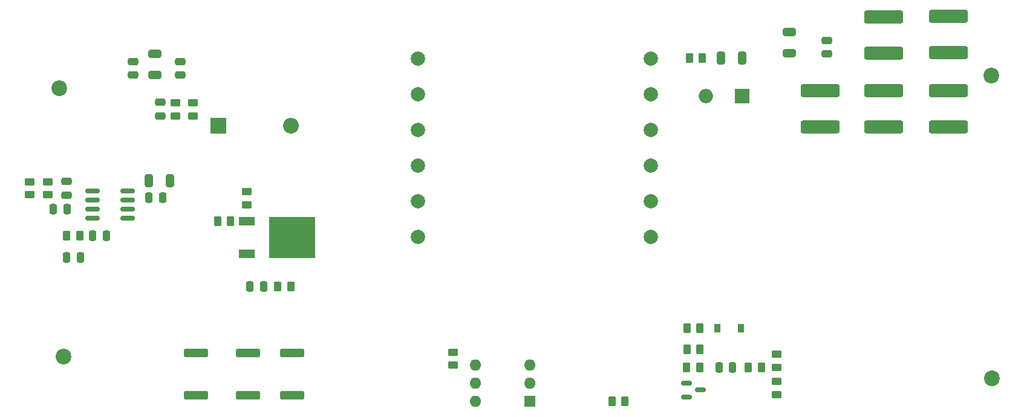
<source format=gbr>
%TF.GenerationSoftware,KiCad,Pcbnew,(6.0.10)*%
%TF.CreationDate,2023-05-29T22:30:11+03:00*%
%TF.ProjectId,flyback,666c7962-6163-46b2-9e6b-696361645f70,rev?*%
%TF.SameCoordinates,Original*%
%TF.FileFunction,Soldermask,Top*%
%TF.FilePolarity,Negative*%
%FSLAX46Y46*%
G04 Gerber Fmt 4.6, Leading zero omitted, Abs format (unit mm)*
G04 Created by KiCad (PCBNEW (6.0.10)) date 2023-05-29 22:30:11*
%MOMM*%
%LPD*%
G01*
G04 APERTURE LIST*
G04 Aperture macros list*
%AMRoundRect*
0 Rectangle with rounded corners*
0 $1 Rounding radius*
0 $2 $3 $4 $5 $6 $7 $8 $9 X,Y pos of 4 corners*
0 Add a 4 corners polygon primitive as box body*
4,1,4,$2,$3,$4,$5,$6,$7,$8,$9,$2,$3,0*
0 Add four circle primitives for the rounded corners*
1,1,$1+$1,$2,$3*
1,1,$1+$1,$4,$5*
1,1,$1+$1,$6,$7*
1,1,$1+$1,$8,$9*
0 Add four rect primitives between the rounded corners*
20,1,$1+$1,$2,$3,$4,$5,0*
20,1,$1+$1,$4,$5,$6,$7,0*
20,1,$1+$1,$6,$7,$8,$9,0*
20,1,$1+$1,$8,$9,$2,$3,0*%
G04 Aperture macros list end*
%ADD10C,2.000000*%
%ADD11RoundRect,0.250000X-2.450000X0.650000X-2.450000X-0.650000X2.450000X-0.650000X2.450000X0.650000X0*%
%ADD12RoundRect,0.250000X-0.325000X-0.650000X0.325000X-0.650000X0.325000X0.650000X-0.325000X0.650000X0*%
%ADD13RoundRect,0.250000X-0.250000X-0.475000X0.250000X-0.475000X0.250000X0.475000X-0.250000X0.475000X0*%
%ADD14C,2.200000*%
%ADD15RoundRect,0.250000X-0.650000X0.325000X-0.650000X-0.325000X0.650000X-0.325000X0.650000X0.325000X0*%
%ADD16RoundRect,0.250000X-0.450000X0.262500X-0.450000X-0.262500X0.450000X-0.262500X0.450000X0.262500X0*%
%ADD17RoundRect,0.250000X0.475000X-0.250000X0.475000X0.250000X-0.475000X0.250000X-0.475000X-0.250000X0*%
%ADD18RoundRect,0.250000X0.250000X0.475000X-0.250000X0.475000X-0.250000X-0.475000X0.250000X-0.475000X0*%
%ADD19RoundRect,0.250000X-0.475000X0.250000X-0.475000X-0.250000X0.475000X-0.250000X0.475000X0.250000X0*%
%ADD20RoundRect,0.250000X0.325000X0.650000X-0.325000X0.650000X-0.325000X-0.650000X0.325000X-0.650000X0*%
%ADD21RoundRect,0.250000X0.262500X0.450000X-0.262500X0.450000X-0.262500X-0.450000X0.262500X-0.450000X0*%
%ADD22RoundRect,0.150000X-0.825000X-0.150000X0.825000X-0.150000X0.825000X0.150000X-0.825000X0.150000X0*%
%ADD23RoundRect,0.250000X2.450000X-0.650000X2.450000X0.650000X-2.450000X0.650000X-2.450000X-0.650000X0*%
%ADD24RoundRect,0.250000X-1.425000X0.362500X-1.425000X-0.362500X1.425000X-0.362500X1.425000X0.362500X0*%
%ADD25R,0.900000X1.200000*%
%ADD26RoundRect,0.250000X0.450000X-0.262500X0.450000X0.262500X-0.450000X0.262500X-0.450000X-0.262500X0*%
%ADD27R,1.600000X1.600000*%
%ADD28O,1.600000X1.600000*%
%ADD29RoundRect,0.250000X-0.262500X-0.450000X0.262500X-0.450000X0.262500X0.450000X-0.262500X0.450000X0*%
%ADD30R,2.200000X2.200000*%
%ADD31O,2.200000X2.200000*%
%ADD32RoundRect,0.150000X-0.587500X-0.150000X0.587500X-0.150000X0.587500X0.150000X-0.587500X0.150000X0*%
%ADD33R,2.200000X1.200000*%
%ADD34R,6.400000X5.800000*%
%ADD35R,2.000000X2.000000*%
%ADD36O,2.000000X2.000000*%
G04 APERTURE END LIST*
D10*
%TO.C,T1*%
X188229800Y-96186000D03*
X188229800Y-86186000D03*
X155629800Y-71186000D03*
X155629800Y-91186000D03*
X155629800Y-96186000D03*
X188229800Y-76186000D03*
X155629800Y-76186000D03*
X188229800Y-81186000D03*
X188229800Y-71186000D03*
X188229800Y-91186000D03*
X155629800Y-86186000D03*
X155629800Y-81186000D03*
%TD*%
D11*
%TO.C,C13*%
X220853000Y-65395000D03*
X220853000Y-70495000D03*
%TD*%
D12*
%TO.C,C12*%
X198042000Y-71120000D03*
X200992000Y-71120000D03*
%TD*%
D13*
%TO.C,C3*%
X110097250Y-95993000D03*
X111997250Y-95993000D03*
%TD*%
D14*
%TO.C,H2*%
X105435400Y-75412600D03*
%TD*%
D15*
%TO.C,C8*%
X118795800Y-70584800D03*
X118795800Y-73534800D03*
%TD*%
D16*
%TO.C,R6*%
X131699000Y-89891500D03*
X131699000Y-91716500D03*
%TD*%
%TO.C,R4*%
X121691400Y-77421100D03*
X121691400Y-79246100D03*
%TD*%
D17*
%TO.C,C2*%
X106459000Y-90339000D03*
X106459000Y-88439000D03*
%TD*%
D16*
%TO.C,R5*%
X124129800Y-77421100D03*
X124129800Y-79246100D03*
%TD*%
D18*
%TO.C,C5*%
X119898200Y-90703400D03*
X117998200Y-90703400D03*
%TD*%
D19*
%TO.C,C4*%
X115773200Y-71643200D03*
X115773200Y-73543200D03*
%TD*%
D14*
%TO.C,H3*%
X235864400Y-73558400D03*
%TD*%
D20*
%TO.C,C7*%
X120956600Y-88341200D03*
X118006600Y-88341200D03*
%TD*%
D19*
%TO.C,C19*%
X212852000Y-68646000D03*
X212852000Y-70546000D03*
%TD*%
%TO.C,C10*%
X119608600Y-77358200D03*
X119608600Y-79258200D03*
%TD*%
D21*
%TO.C,R16*%
X195120900Y-111912400D03*
X193295900Y-111912400D03*
%TD*%
D14*
%TO.C,H4*%
X236016800Y-116052600D03*
%TD*%
D22*
%TO.C,U1*%
X110072400Y-89789000D03*
X110072400Y-91059000D03*
X110072400Y-92329000D03*
X110072400Y-93599000D03*
X115022400Y-93599000D03*
X115022400Y-92329000D03*
X115022400Y-91059000D03*
X115022400Y-89789000D03*
%TD*%
D21*
%TO.C,R10*%
X137859100Y-103124000D03*
X136034100Y-103124000D03*
%TD*%
D16*
%TO.C,R1*%
X101252000Y-88476500D03*
X101252000Y-90301500D03*
%TD*%
%TO.C,R19*%
X205867000Y-116435500D03*
X205867000Y-118260500D03*
%TD*%
D23*
%TO.C,C15*%
X211963000Y-80782000D03*
X211963000Y-75682000D03*
%TD*%
D21*
%TO.C,R13*%
X184603400Y-119253000D03*
X182778400Y-119253000D03*
%TD*%
D24*
%TO.C,R9*%
X138049000Y-112480500D03*
X138049000Y-118405500D03*
%TD*%
D25*
%TO.C,D3*%
X197587600Y-108991400D03*
X200887600Y-108991400D03*
%TD*%
D26*
%TO.C,R11*%
X160578800Y-114171100D03*
X160578800Y-112346100D03*
%TD*%
D27*
%TO.C,U2*%
X171313000Y-119238000D03*
D28*
X171313000Y-116698000D03*
X171313000Y-114158000D03*
X163693000Y-114158000D03*
X163693000Y-116698000D03*
X163693000Y-119238000D03*
%TD*%
D29*
%TO.C,R20*%
X127576500Y-93979000D03*
X129401500Y-93979000D03*
%TD*%
D30*
%TO.C,D1*%
X127733000Y-80626000D03*
D31*
X137893000Y-80626000D03*
%TD*%
D15*
%TO.C,C20*%
X207645000Y-67486000D03*
X207645000Y-70436000D03*
%TD*%
D29*
%TO.C,R15*%
X193295900Y-108991400D03*
X195120900Y-108991400D03*
%TD*%
D14*
%TO.C,H1*%
X106019600Y-112928400D03*
%TD*%
D32*
%TO.C,U3*%
X193269000Y-116702800D03*
X193269000Y-118602800D03*
X195144000Y-117652800D03*
%TD*%
D13*
%TO.C,C14*%
X197805000Y-114477800D03*
X199705000Y-114477800D03*
%TD*%
D29*
%TO.C,R12*%
X193651500Y-71120000D03*
X195476500Y-71120000D03*
%TD*%
D24*
%TO.C,R8*%
X124587000Y-112480500D03*
X124587000Y-118405500D03*
%TD*%
D33*
%TO.C,Q1*%
X131690000Y-93986000D03*
D34*
X137990000Y-96266000D03*
D33*
X131690000Y-98546000D03*
%TD*%
D19*
%TO.C,C6*%
X122326400Y-71643200D03*
X122326400Y-73543200D03*
%TD*%
D29*
%TO.C,R17*%
X201906500Y-114477800D03*
X203731500Y-114477800D03*
%TD*%
D16*
%TO.C,R18*%
X205841600Y-112650900D03*
X205841600Y-114475900D03*
%TD*%
D23*
%TO.C,C17*%
X229870000Y-80782000D03*
X229870000Y-75682000D03*
%TD*%
D13*
%TO.C,C11*%
X132146000Y-103174800D03*
X134046000Y-103174800D03*
%TD*%
D29*
%TO.C,R3*%
X106451750Y-95993000D03*
X108276750Y-95993000D03*
%TD*%
D13*
%TO.C,C9*%
X104620000Y-92310000D03*
X106520000Y-92310000D03*
%TD*%
D11*
%TO.C,C16*%
X229870000Y-65268000D03*
X229870000Y-70368000D03*
%TD*%
D26*
%TO.C,R2*%
X103792000Y-90301500D03*
X103792000Y-88476500D03*
%TD*%
D24*
%TO.C,R7*%
X131876800Y-112480500D03*
X131876800Y-118405500D03*
%TD*%
D29*
%TO.C,R14*%
X193270500Y-114477800D03*
X195095500Y-114477800D03*
%TD*%
D23*
%TO.C,C18*%
X220853000Y-80782000D03*
X220853000Y-75682000D03*
%TD*%
D13*
%TO.C,C1*%
X106459000Y-99041000D03*
X108359000Y-99041000D03*
%TD*%
D35*
%TO.C,D2*%
X201041000Y-76510000D03*
D36*
X195961000Y-76510000D03*
%TD*%
M02*

</source>
